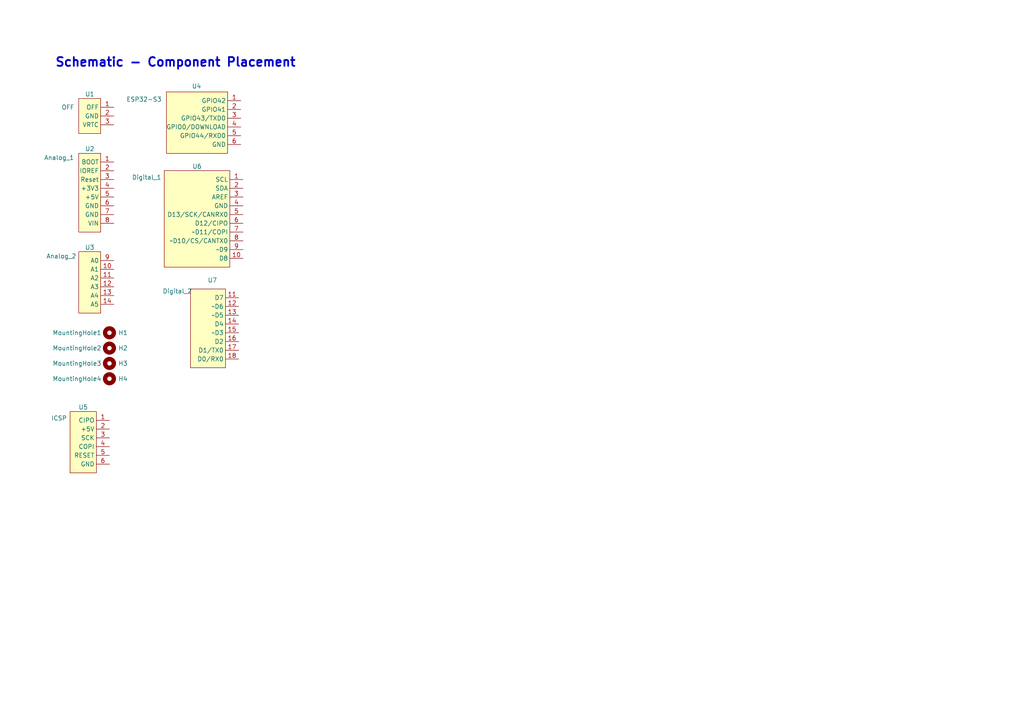
<source format=kicad_sch>
(kicad_sch (version 20250114) (generator "eeschema") (generator_version "9.0")
  (paper "A4")
  (title_block (title "Electric Components Demo") (date "02/26/206") (rev "1.0") (company "Victor Rosales"))
  (lib_symbols
    (symbol "Connector_Arduino:Arduino_Header_Analog_1"
      (property "Reference" "U" (at -5.08 6.35 0))
      (property "Value" "Arduino_Header_Analog_1" (at -2.54 8.89 0))
      (symbol "Arduino_Header_Analog_1_0_1"
        (rectangle (start -6.35 5.08) (end 0 -17.78) (fill (type background)))
      )
      (symbol "Arduino_Header_Analog_1_1_1"
        (pin input line (at 3.81 2.54 180) (length 3.81) (name "BOOT") (number "1"))
        (pin power_out line (at 3.81 0 180) (length 3.81) (name "IOREF") (number "2"))
        (pin input line (at 3.81 -2.54 180) (length 3.81) (name "Reset") (number "3"))
        (pin power_out line (at 3.81 -5.08 180) (length 3.81) (name "+3V3") (number "4"))
        (pin power_out line (at 3.81 -7.62 180) (length 3.81) (name "+5V") (number "5"))
        (pin power_out line (at 3.81 -10.16 180) (length 3.81) (name "GND") (number "6"))
        (pin power_out line (at 3.81 -12.7 180) (length 3.81) (name "GND") (number "7"))
        (pin power_out line (at 3.81 -15.24 180) (length 3.81) (name "VIN") (number "8"))
      )
    )
    (symbol "Connector_Arduino:Arduino_Header_Analog_2"
      (property "Reference" "U" (at -5.08 6.35 0))
      (property "Value" "Arduino_Header_Analog_2" (at -2.54 8.89 0))
      (symbol "Arduino_Header_Analog_2_0_1"
        (rectangle (start -6.35 5.08) (end 0 -12.7) (fill (type background)))
      )
      (symbol "Arduino_Header_Analog_2_1_1"
        (pin bidirectional line (at 3.81 2.54 180) (length 3.81) (name "A0") (number "9"))
        (pin bidirectional line (at 3.81 0 180) (length 3.81) (name "A1") (number "10"))
        (pin bidirectional line (at 3.81 -2.54 180) (length 3.81) (name "A2") (number "11"))
        (pin bidirectional line (at 3.81 -5.08 180) (length 3.81) (name "A3") (number "12"))
        (pin bidirectional line (at 3.81 -7.62 180) (length 3.81) (name "A4") (number "13"))
        (pin bidirectional line (at 3.81 -10.16 180) (length 3.81) (name "A5") (number "14"))
      )
    )
    (symbol "Connector_Arduino:Arduino_Header_Digital_1"
      (property "Reference" "U" (at -5.08 6.35 0))
      (property "Value" "Arduino_Header_Digital_1" (at -2.54 8.89 0))
      (symbol "Arduino_Header_Digital_1_0_1"
        (rectangle (start -19.05 5.08) (end 0 -22.86) (fill (type background)))
      )
      (symbol "Arduino_Header_Digital_1_1_1"
        (pin bidirectional line (at 3.81 2.54 180) (length 3.81) (name "SCL") (number "1"))
        (pin bidirectional line (at 3.81 0 180) (length 3.81) (name "SDA") (number "2"))
        (pin output line (at 3.81 -2.54 180) (length 3.81) (name "AREF") (number "3"))
        (pin power_out line (at 3.81 -5.08 180) (length 3.81) (name "GND") (number "4"))
        (pin bidirectional line (at 3.81 -7.62 180) (length 3.81) (name "D13/SCK/CANRX0") (number "5"))
        (pin bidirectional line (at 3.81 -10.16 180) (length 3.81) (name "D12/CIPO") (number "6"))
        (pin bidirectional line (at 3.81 -12.7 180) (length 3.81) (name "~D11/COPI") (number "7"))
        (pin bidirectional line (at 3.81 -15.24 180) (length 3.81) (name "~D10/CS/CANTX0") (number "8"))
        (pin bidirectional line (at 3.81 -17.78 180) (length 3.81) (name "~D9") (number "9"))
        (pin bidirectional line (at 3.81 -20.32 180) (length 3.81) (name "D8") (number "10"))
      )
    )
    (symbol "Connector_Arduino:Arduino_Header_Digital_2"
      (property "Reference" "U" (at -5.08 6.35 0))
      (property "Value" "Arduino_Header_Digital_2" (at -2.54 8.89 0))
      (symbol "Arduino_Header_Digital_2_0_1"
        (rectangle (start -10.16 5.08) (end 0 -17.78) (fill (type background)))
      )
      (symbol "Arduino_Header_Digital_2_1_1"
        (pin bidirectional line (at 3.81 2.54 180) (length 3.81) (name "D7") (number "11"))
        (pin bidirectional line (at 3.81 0 180) (length 3.81) (name "~D6") (number "12"))
        (pin bidirectional line (at 3.81 -2.54 180) (length 3.81) (name "~D5") (number "13"))
        (pin bidirectional line (at 3.81 -5.08 180) (length 3.81) (name "D4") (number "14"))
        (pin bidirectional line (at 3.81 -7.62 180) (length 3.81) (name "~D3") (number "15"))
        (pin bidirectional line (at 3.81 -10.16 180) (length 3.81) (name "D2") (number "16"))
        (pin bidirectional line (at 3.81 -12.7 180) (length 3.81) (name "D1/TX0") (number "17"))
        (pin bidirectional line (at 3.81 -15.24 180) (length 3.81) (name "D0/RX0") (number "18"))
      )
    )
    (symbol "Connector_Arduino:Arduino_Header_ESP32-S3"
      (property "Reference" "U" (at -5.08 6.35 0))
      (property "Value" "Arduino_Header_ESP32-S3" (at -2.54 8.89 0))
      (symbol "Arduino_Header_ESP32-S3_0_1"
        (rectangle (start -17.78 5.08) (end 0 -12.7) (fill (type background)))
      )
      (symbol "Arduino_Header_ESP32-S3_1_1"
        (pin bidirectional line (at 3.81 2.54 180) (length 3.81) (name "GPIO42") (number "1"))
        (pin bidirectional line (at 3.81 0 180) (length 3.81) (name "GPIO41") (number "2"))
        (pin bidirectional line (at 3.81 -2.54 180) (length 3.81) (name "GPIO43/TXD0") (number "3"))
        (pin bidirectional line (at 3.81 -5.08 180) (length 3.81) (name "GPIO0/DOWNLOAD") (number "4"))
        (pin bidirectional line (at 3.81 -7.62 180) (length 3.81) (name "GPIO44/RXD0") (number "5"))
        (pin power_out line (at 3.81 -10.16 180) (length 3.81) (name "GND") (number "6"))
      )
    )
    (symbol "Connector_Arduino:Arduino_Header_ICSP"
      (property "Reference" "U" (at -5.08 6.35 0))
      (property "Value" "Arduino_Header_ICSP" (at -2.54 8.89 0))
      (symbol "Arduino_Header_ICSP_0_1"
        (rectangle (start -7.62 5.08) (end 0 -12.7) (fill (type background)))
      )
      (symbol "Arduino_Header_ICSP_1_1"
        (pin bidirectional line (at 3.81 2.54 180) (length 3.81) (name "CIPO") (number "1"))
        (pin power_out line (at 3.81 0 180) (length 3.81) (name "+5V") (number "2"))
        (pin bidirectional line (at 3.81 -2.54 180) (length 3.81) (name "SCK") (number "3"))
        (pin bidirectional line (at 3.81 -5.08 180) (length 3.81) (name "COPI") (number "4"))
        (pin bidirectional line (at 3.81 -7.62 180) (length 3.81) (name "RESET") (number "5"))
        (pin power_out line (at 3.81 -10.16 180) (length 3.81) (name "GND") (number "6"))
      )
    )
    (symbol "Connector_Arduino:Arduino_Header_OFF"
      (property "Reference" "U" (at -5.08 6.35 0))
      (property "Value" "Arduino_Header_OFF" (at -2.54 8.89 0))
      (symbol "Arduino_Header_OFF_0_1"
        (rectangle (start -6.35 5.08) (end 0 -5.08) (fill (type background)))
      )
      (symbol "Arduino_Header_OFF_1_1"
        (pin input line (at 3.81 2.54 180) (length 3.81) (name "OFF") (number "1"))
        (pin power_out line (at 3.81 0 180) (length 3.81) (name "GND") (number "2"))
        (pin power_in line (at 3.81 -2.54 180) (length 3.81) (name "VRTC") (number "3"))
      )
    )
    (symbol "Mechanical_Arduino:MountingHole_Arduino" (pin_names (offset 1.016))
      (property "Reference" "H" (at 0 5.08 0))
      (property "Value" "MountingHole_Arduino" (at 0 3.175 0))
      (symbol "MountingHole_Arduino_0_1"
        (circle (center 0 0) (radius 1.27) (stroke (width 1.27)))
      )
    )
  )
  (text "Schematic - Component Placement" (at 15.875 19.685 0) (effects (font (size 2.54 2.54) (thickness 0.508) (bold yes)) (justify left bottom)))
  (symbol (lib_id "Connector_Arduino:Arduino_Header_Digital_2") (at 65.405 88.9 0) (unit 1)
    (property "Reference" "U7" (at 61.595 81.28 0))
    (property "Value" "Digital_2" (at 51.435 84.455 0))
    (property "Footprint" "ArduinoPinSockets:Arduino_PinSocket_1x08_P2.54mm_Vertical" (effects (hide yes)))
  )
  (symbol (lib_id "Mechanical_Arduino:MountingHole_Arduino") (at 31.75 109.855 0) (unit 1)
    (property "Reference" "H4" (at 34.29 109.855 0) (effects (justify left)))
    (property "Value" "MountingHole4" (at 15.24 109.855 0) (effects (justify left)))
    (property "Footprint" "ArduinoMountingHoles:Arduino_MountingHole" (effects (hide yes)))
  )
  (symbol (lib_id "Connector_Arduino:Arduino_Header_ICSP") (at 27.94 124.46 0) (unit 1)
    (property "Reference" "U5" (at 24.13 118.11 0))
    (property "Value" "ICSP" (at 17.145 121.285 0))
    (property "Footprint" "ArduinoPinSockets:Arduino_PinSocket_2x03_P2.54mm_Vertical" (effects (hide yes)))
  )
  (symbol (lib_id "Connector_Arduino:Arduino_Header_Analog_2") (at 29.21 78.105 0) (unit 1)
    (property "Reference" "U3" (at 26.035 71.755 0))
    (property "Value" "Analog_2" (at 17.78 74.295 0))
    (property "Footprint" "ArduinoPinSockets:Arduino_PinSocket_1x06_P2.54mm_Vertical" (effects (hide yes)))
  )
  (symbol (lib_id "Connector_Arduino:Arduino_Header_Digital_1") (at 66.675 54.61 0) (unit 1)
    (property "Reference" "U6" (at 57.15 48.26 0))
    (property "Value" "Digital_1" (at 42.545 51.435 0))
    (property "Footprint" "ArduinoPinSockets:Arduino_PinSocket_1x10_P2.54mm_Vertical" (effects (hide yes)))
  )
  (symbol (lib_id "Connector_Arduino:Arduino_Header_ESP32-S3") (at 66.04 31.75 0) (unit 1)
    (property "Reference" "U4" (at 57.0171 25.0027 0))
    (property "Value" "ESP32-S3" (at 41.7771 28.8127 0))
    (property "Footprint" "ArduinoPinSockets:Arduino_PinSocket_2x03_P2.54mm_Vertical" (effects (hide yes)))
  )
  (symbol (lib_id "Connector_Arduino:Arduino_Header_OFF") (at 29.21 33.655 0) (unit 1)
    (property "Reference" "U1" (at 26.035 27.305 0))
    (property "Value" "OFF" (at 19.685 31.115 0))
    (property "Footprint" "ArduinoPinSockets:Arduino_PinSocket_1x03_P2.54mm_Vertical" (effects (hide yes)))
  )
  (symbol (lib_id "Connector_Arduino:Arduino_Header_Analog_1") (at 29.21 49.53 0) (unit 1)
    (property "Reference" "U2" (at 26.035 43.18 0))
    (property "Value" "Analog_1" (at 17.145 45.72 0))
    (property "Footprint" "ArduinoPinSockets:Arduino_PinSocket_1x08_P2.54mm_Vertical" (effects (hide yes)))
  )
  (symbol (lib_id "Mechanical_Arduino:MountingHole_Arduino") (at 31.75 100.965 0) (unit 1)
    (property "Reference" "H2" (at 34.29 100.965 0) (effects (justify left)))
    (property "Value" "MountingHole2" (at 15.24 100.965 0) (effects (justify left)))
    (property "Footprint" "ArduinoMountingHoles:Arduino_MountingHole" (effects (hide yes)))
  )
  (symbol (lib_id "Mechanical_Arduino:MountingHole_Arduino") (at 31.75 96.52 0) (unit 1)
    (property "Reference" "H1" (at 34.29 96.52 0) (effects (justify left)))
    (property "Value" "MountingHole1" (at 15.24 96.52 0) (effects (justify left)))
    (property "Footprint" "ArduinoMountingHoles:Arduino_MountingHole" (effects (hide yes)))
  )
  (symbol (lib_id "Mechanical_Arduino:MountingHole_Arduino") (at 31.75 105.41 0) (unit 1)
    (property "Reference" "H3" (at 34.29 105.41 0) (effects (justify left)))
    (property "Value" "MountingHole3" (at 15.24 105.41 0) (effects (justify left)))
    (property "Footprint" "ArduinoMountingHoles:Arduino_MountingHole" (effects (hide yes)))
  )
)
</source>
